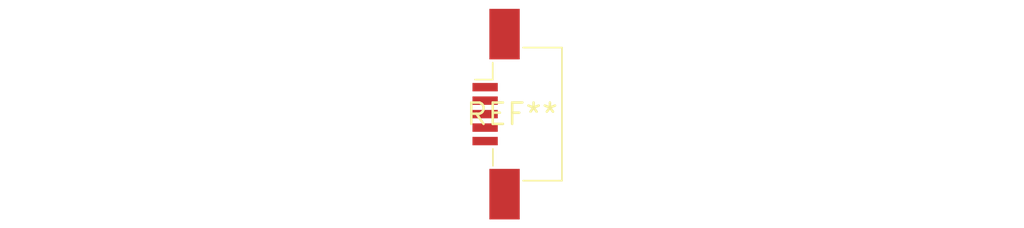
<source format=kicad_pcb>
(kicad_pcb (version 20240108) (generator pcbnew)
  (layers (0 "F.Cu" signal) (31 "B.Cu" signal) (34 "B.Paste" user) (35 "F.Paste" user) (36 "B.SilkS" user "B.Silkscreen") (37 "F.SilkS" user "F.Silkscreen") (38 "B.Mask" user) (39 "F.Mask" user) (44 "Edge.Cuts" user))
  (net 0 "")
  (footprint "USB_Mini-B_AdamTech_MUSB-B5-S-VT-TSMT-1_SMD_Vertical" (layer "F.Cu") (at 0 0)
    (property "Reference" "REF**")
    (property "Value" "USB_Mini-B_AdamTech_MUSB-B5-S-VT-TSMT-1_SMD_Vertical")
    (fp_line (start -2.2 -2.05) (end -1.15 -2.05) (layer "F.SilkS") (stroke (width 0.1)))
    (fp_line (start -1.15 -2.05) (end -1.15 -3.05) (layer "F.SilkS") (stroke (width 0.1)))
    (fp_line (start -1.138539 2.064476) (end -1.138539 3.064476) (layer "F.SilkS") (stroke (width 0.1)))
    (fp_line (start 0.65 3.95) (end 2.95 3.95) (layer "F.SilkS") (stroke (width 0.1)))
    (fp_line (start 2.95 -3.95) (end 0.65 -3.95) (layer "F.SilkS") (stroke (width 0.1)))
    (fp_line (start 2.95 3.95) (end 2.95 -3.95) (layer "F.SilkS") (stroke (width 0.1)))
    (pad "" np_thru_hole circle (at 1.85 -3 90) (size 1 1) (drill 1) (layers *.Cu *.Mask))
    (pad "" np_thru_hole circle (at 1.85 3 90) (size 1 1) (drill 1) (layers *.Cu *.Mask))
    (pad "1" smd rect (at -1.6 -1.6 90) (size 0.5 1.5) (layers "F.Cu" "F.Paste" "F.Mask"))
    (pad "2" smd rect (at -1.6 -0.8 90) (size 0.5 1.5) (layers "F.Cu" "F.Paste" "F.Mask"))
    (pad "3" smd rect (at -1.6 0 90) (size 0.5 1.5) (layers "F.Cu" "F.Paste" "F.Mask"))
    (pad "4" smd rect (at -1.6 0.8 90) (size 0.5 1.5) (layers "F.Cu" "F.Paste" "F.Mask"))
    (pad "5" smd rect (at -1.6 1.6 90) (size 0.5 1.5) (layers "F.Cu" "F.Paste" "F.Mask"))
    (pad "6" smd rect (at -0.45 -4.75 90) (size 3 1.8) (layers "F.Cu" "F.Paste" "F.Mask"))
    (pad "6" smd rect (at -0.45 4.75 90) (size 3 1.8) (layers "F.Cu" "F.Paste" "F.Mask"))
  )
)
</source>
